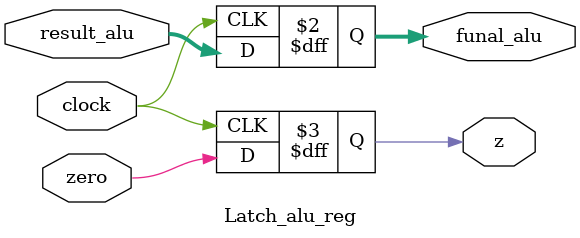
<source format=v>
`timescale 1ns / 1ps

module Latch_alu_reg( input [31:0] result_alu , input zero , input clock , output reg[31:0] funal_alu , output reg z );
  
	always @(posedge clock ) begin
	
		funal_alu <= result_alu ;
		z <= zero ;
	
	end


endmodule

</source>
